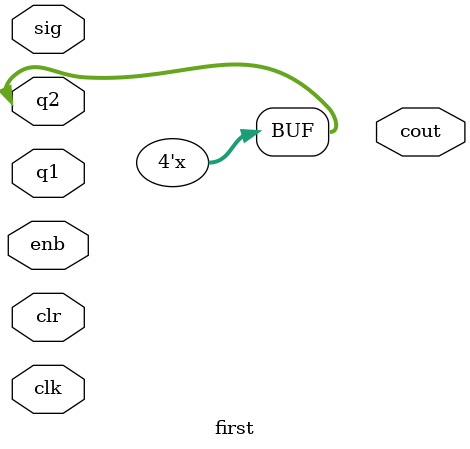
<source format=v>
module first (
    clk, q1, q2,  clr, enb, cout, sig
);
    input  clk, clr, enb, sig;
    input[3:0] q1;
    input[7:4] q2;
    output cout;

    reg cout;

    initial begin
        enb = 1;
        q1[3:0] <= 'd0;
        q2[7:4] <= 'd0;
        sig <= 0;
    end


    always @(clk)
        begin
            if ( clr ) begin
                enb = 1;
                sig <= 1;
            end
            else if(sig) begin
                if (clk) begin
                    enb = 1;
                    q1 <= q1 + 1'b1;
                end
            end
            else if(q1 == 10) begin
                enb = 0;
                q1 <= 'd0;
                q2 <= q2 + 'b1;
            end
        end  
endmodule //first
</source>
